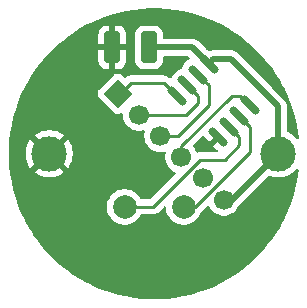
<source format=gbr>
%TF.GenerationSoftware,KiCad,Pcbnew,9.0.6-9.0.6~ubuntu24.04.1*%
%TF.CreationDate,2025-12-16T20:38:13-08:00*%
%TF.ProjectId,Shy_Beeper,5368795f-4265-4657-9065-722e6b696361,rev?*%
%TF.SameCoordinates,Original*%
%TF.FileFunction,Copper,L2,Bot*%
%TF.FilePolarity,Positive*%
%FSLAX46Y46*%
G04 Gerber Fmt 4.6, Leading zero omitted, Abs format (unit mm)*
G04 Created by KiCad (PCBNEW 9.0.6-9.0.6~ubuntu24.04.1) date 2025-12-16 20:38:13*
%MOMM*%
%LPD*%
G01*
G04 APERTURE LIST*
G04 Aperture macros list*
%AMRoundRect*
0 Rectangle with rounded corners*
0 $1 Rounding radius*
0 $2 $3 $4 $5 $6 $7 $8 $9 X,Y pos of 4 corners*
0 Add a 4 corners polygon primitive as box body*
4,1,4,$2,$3,$4,$5,$6,$7,$8,$9,$2,$3,0*
0 Add four circle primitives for the rounded corners*
1,1,$1+$1,$2,$3*
1,1,$1+$1,$4,$5*
1,1,$1+$1,$6,$7*
1,1,$1+$1,$8,$9*
0 Add four rect primitives between the rounded corners*
20,1,$1+$1,$2,$3,$4,$5,0*
20,1,$1+$1,$4,$5,$6,$7,0*
20,1,$1+$1,$6,$7,$8,$9,0*
20,1,$1+$1,$8,$9,$2,$3,0*%
%AMRotRect*
0 Rectangle, with rotation*
0 The origin of the aperture is its center*
0 $1 length*
0 $2 width*
0 $3 Rotation angle, in degrees counterclockwise*
0 Add horizontal line*
21,1,$1,$2,0,0,$3*%
G04 Aperture macros list end*
%TA.AperFunction,SMDPad,CuDef*%
%ADD10RoundRect,0.150000X0.689429X-0.477297X-0.477297X0.689429X-0.689429X0.477297X0.477297X-0.689429X0*%
%TD*%
%TA.AperFunction,ComponentPad*%
%ADD11RotRect,1.700000X1.700000X45.000000*%
%TD*%
%TA.AperFunction,ComponentPad*%
%ADD12C,1.700000*%
%TD*%
%TA.AperFunction,SMDPad,CuDef*%
%ADD13RoundRect,0.250000X0.412500X1.100000X-0.412500X1.100000X-0.412500X-1.100000X0.412500X-1.100000X0*%
%TD*%
%TA.AperFunction,ComponentPad*%
%ADD14C,2.000000*%
%TD*%
%TA.AperFunction,ComponentPad*%
%ADD15C,3.000000*%
%TD*%
%TA.AperFunction,ViaPad*%
%ADD16C,0.600000*%
%TD*%
%TA.AperFunction,Conductor*%
%ADD17C,0.500000*%
%TD*%
%TA.AperFunction,Conductor*%
%ADD18C,0.250000*%
%TD*%
G04 APERTURE END LIST*
D10*
%TO.P,U1,1,~{RESET}/PB5*%
%TO.N,/SS*%
X158097128Y-95903051D03*
%TO.P,U1,2,PB3*%
%TO.N,Net-(U1-PB3)*%
X157199102Y-96801076D03*
%TO.P,U1,3,PB4*%
%TO.N,Net-(U1-PB4)*%
X156301076Y-97699102D03*
%TO.P,U1,4,GND*%
%TO.N,GND*%
X155403051Y-98597128D03*
%TO.P,U1,5,PB0*%
%TO.N,/MOSI*%
X151902872Y-95096949D03*
%TO.P,U1,6,PB1*%
%TO.N,/MISO*%
X152800898Y-94198924D03*
%TO.P,U1,7,PB2*%
%TO.N,/SCK*%
X153698924Y-93300898D03*
%TO.P,U1,8,VCC*%
%TO.N,+3V0*%
X154596949Y-92402872D03*
%TD*%
D11*
%TO.P,J1,1,Pin_1*%
%TO.N,/MOSI*%
X146907898Y-94907898D03*
D12*
%TO.P,J1,2,Pin_2*%
%TO.N,/MISO*%
X148703949Y-96703949D03*
%TO.P,J1,3,Pin_3*%
%TO.N,/SCK*%
X150500000Y-98500000D03*
%TO.P,J1,4,Pin_4*%
%TO.N,/SS*%
X152296052Y-100296052D03*
%TO.P,J1,5,Pin_5*%
%TO.N,GND*%
X154092103Y-102092103D03*
%TO.P,J1,6,Pin_6*%
%TO.N,+3V0*%
X155888154Y-103888154D03*
%TD*%
D13*
%TO.P,C1,1*%
%TO.N,+3V0*%
X149562500Y-91000000D03*
%TO.P,C1,2*%
%TO.N,GND*%
X146437500Y-91000000D03*
%TD*%
D14*
%TO.P,BZ1,2*%
%TO.N,Net-(U1-PB4)*%
X147500000Y-104500000D03*
%TO.P,BZ1,1*%
%TO.N,Net-(U1-PB3)*%
X152500000Y-104500000D03*
%TD*%
D15*
%TO.P,BT1,1,+*%
%TO.N,+3V0*%
X160500000Y-100000000D03*
%TO.P,BT1,2,-*%
%TO.N,GND*%
X141100000Y-100000000D03*
%TD*%
D16*
%TO.N,GND*%
X145000000Y-110000000D03*
X147500000Y-110000000D03*
X150000000Y-110000000D03*
X152500000Y-110000000D03*
X155000000Y-110000000D03*
X160000000Y-102500000D03*
X160000000Y-105000000D03*
X157500000Y-105000000D03*
X157500000Y-107500000D03*
X155000000Y-107500000D03*
X152500000Y-107500000D03*
X150000000Y-107500000D03*
X147500000Y-107500000D03*
X145000000Y-107500000D03*
X142500000Y-107500000D03*
X140000000Y-105000000D03*
X142500000Y-105000000D03*
X145000000Y-105000000D03*
X147500000Y-102500000D03*
X150000000Y-102500000D03*
X150000000Y-100000000D03*
X147500000Y-100000000D03*
X145000000Y-100000000D03*
X145000000Y-102500000D03*
X142500000Y-102500000D03*
X140000000Y-102500000D03*
X140000000Y-97500000D03*
X155000000Y-90000000D03*
X152500000Y-90000000D03*
X145000000Y-90000000D03*
X145000000Y-92500000D03*
X145000000Y-97500000D03*
X153882737Y-99149932D03*
X154627303Y-99559785D03*
%TD*%
D17*
%TO.N,+3V0*%
X160500000Y-100000000D02*
X156611846Y-103888154D01*
X156611846Y-103888154D02*
X155888154Y-103888154D01*
X149562500Y-91000000D02*
X153194077Y-91000000D01*
X153194077Y-91000000D02*
X154596949Y-92402872D01*
X160500000Y-100000000D02*
X160500000Y-96000000D01*
X154999821Y-92000000D02*
X154596949Y-92402872D01*
X160500000Y-96000000D02*
X156500000Y-92000000D01*
X156500000Y-92000000D02*
X154999821Y-92000000D01*
D18*
%TO.N,/MOSI*%
X146907898Y-94907898D02*
X147092102Y-94907898D01*
X150805923Y-94000000D02*
X151902872Y-95096949D01*
X147092102Y-94907898D02*
X148000000Y-94000000D01*
X148000000Y-94000000D02*
X150805923Y-94000000D01*
%TO.N,/SS*%
X152296052Y-100296052D02*
X152296052Y-99357801D01*
X156573957Y-95079896D02*
X157273973Y-95079896D01*
X152296052Y-99357801D02*
X156573957Y-95079896D01*
X157273973Y-95079896D02*
X158097128Y-95903051D01*
%TO.N,/SCK*%
X150500000Y-98500000D02*
X152000000Y-98500000D01*
X152000000Y-98500000D02*
X154610560Y-95889440D01*
X154610560Y-95889440D02*
X154610560Y-94212534D01*
X154610560Y-94212534D02*
X153698924Y-93300898D01*
%TO.N,/MISO*%
X148703949Y-96703949D02*
X152669339Y-96703949D01*
X152669339Y-96703949D02*
X153705310Y-95667978D01*
X153705310Y-95103336D02*
X152800898Y-94198924D01*
X153705310Y-95667978D02*
X153705310Y-95103336D01*
%TO.N,Net-(U1-PB4)*%
X147500000Y-104500000D02*
X149883957Y-104500000D01*
X156000000Y-100500000D02*
X157201950Y-99298050D01*
X149883957Y-104500000D02*
X153883957Y-100500000D01*
X153883957Y-100500000D02*
X156000000Y-100500000D01*
X157201950Y-99298050D02*
X157201950Y-98599976D01*
X157201950Y-98599976D02*
X156301076Y-97699102D01*
%TO.N,Net-(U1-PB3)*%
X152500000Y-104500000D02*
X153479184Y-104500000D01*
X158108590Y-97710564D02*
X157199102Y-96801076D01*
X153479184Y-104500000D02*
X158108590Y-99870594D01*
X158108590Y-99870594D02*
X158108590Y-97710564D01*
%TD*%
%TA.AperFunction,Conductor*%
%TO.N,GND*%
G36*
X150348960Y-87686541D02*
G01*
X151031916Y-87724894D01*
X151038832Y-87725478D01*
X151718572Y-87802067D01*
X151725404Y-87803031D01*
X152399824Y-87917620D01*
X152406578Y-87918963D01*
X153073496Y-88071182D01*
X153080189Y-88072908D01*
X153737516Y-88262281D01*
X153744111Y-88264384D01*
X154389778Y-88490311D01*
X154396242Y-88492779D01*
X155028215Y-88754551D01*
X155034547Y-88757384D01*
X155650839Y-89054175D01*
X155657010Y-89057363D01*
X156255680Y-89388237D01*
X156261671Y-89391771D01*
X156622017Y-89618191D01*
X156827506Y-89747309D01*
X156840845Y-89755690D01*
X156846622Y-89759550D01*
X157404506Y-90155389D01*
X157410030Y-90159546D01*
X157944838Y-90586042D01*
X157950132Y-90590513D01*
X158460186Y-91046324D01*
X158465240Y-91051103D01*
X158948896Y-91534759D01*
X158953675Y-91539813D01*
X159388757Y-92026671D01*
X159409478Y-92049857D01*
X159413960Y-92055165D01*
X159840448Y-92589963D01*
X159844614Y-92595499D01*
X160025547Y-92850500D01*
X160240445Y-93153371D01*
X160244309Y-93159154D01*
X160608228Y-93738328D01*
X160611762Y-93744319D01*
X160942636Y-94342989D01*
X160945828Y-94349168D01*
X161242611Y-94965444D01*
X161245452Y-94971793D01*
X161507213Y-95603740D01*
X161509694Y-95610239D01*
X161735610Y-96255872D01*
X161737722Y-96262498D01*
X161927086Y-96919793D01*
X161928823Y-96926528D01*
X162078826Y-97583738D01*
X162081028Y-97593383D01*
X162082385Y-97600205D01*
X162196964Y-98274568D01*
X162197936Y-98281456D01*
X162233197Y-98594409D01*
X162221143Y-98663230D01*
X162173793Y-98714610D01*
X162106183Y-98732234D01*
X162039777Y-98710507D01*
X162011605Y-98683782D01*
X162007282Y-98678149D01*
X162007278Y-98678145D01*
X162007275Y-98678141D01*
X161821860Y-98492726D01*
X161821851Y-98492718D01*
X161613803Y-98333075D01*
X161386700Y-98201958D01*
X161386695Y-98201956D01*
X161327046Y-98177248D01*
X161272643Y-98133406D01*
X161250579Y-98067111D01*
X161250500Y-98062687D01*
X161250500Y-95926079D01*
X161221659Y-95781092D01*
X161221658Y-95781091D01*
X161221658Y-95781087D01*
X161177235Y-95673839D01*
X161165087Y-95644511D01*
X161165080Y-95644498D01*
X161082952Y-95521585D01*
X161082951Y-95521584D01*
X160978416Y-95417049D01*
X159996217Y-94434850D01*
X156978421Y-91417052D01*
X156978414Y-91417046D01*
X156904729Y-91367812D01*
X156904729Y-91367813D01*
X156855491Y-91334913D01*
X156718917Y-91278343D01*
X156718907Y-91278340D01*
X156573920Y-91249500D01*
X156573918Y-91249500D01*
X154925903Y-91249500D01*
X154925901Y-91249500D01*
X154780914Y-91278340D01*
X154780906Y-91278342D01*
X154732710Y-91298305D01*
X154663240Y-91305772D01*
X154600762Y-91274496D01*
X154597579Y-91271424D01*
X154533179Y-91207024D01*
X154533172Y-91207017D01*
X154533165Y-91207011D01*
X154505043Y-91182992D01*
X154372576Y-91110169D01*
X154344632Y-91089188D01*
X153672498Y-90417052D01*
X153672491Y-90417046D01*
X153598806Y-90367812D01*
X153598806Y-90367813D01*
X153549568Y-90334913D01*
X153412994Y-90278343D01*
X153412984Y-90278340D01*
X153267997Y-90249500D01*
X153267995Y-90249500D01*
X150849499Y-90249500D01*
X150782460Y-90229815D01*
X150736705Y-90177011D01*
X150725499Y-90125500D01*
X150725499Y-89849998D01*
X150725498Y-89849981D01*
X150714999Y-89747203D01*
X150714998Y-89747200D01*
X150713232Y-89741870D01*
X150659814Y-89580666D01*
X150567712Y-89431344D01*
X150443656Y-89307288D01*
X150294334Y-89215186D01*
X150127797Y-89160001D01*
X150127795Y-89160000D01*
X150025010Y-89149500D01*
X149099998Y-89149500D01*
X149099980Y-89149501D01*
X148997203Y-89160000D01*
X148997200Y-89160001D01*
X148830668Y-89215185D01*
X148830663Y-89215187D01*
X148681342Y-89307289D01*
X148557289Y-89431342D01*
X148465187Y-89580663D01*
X148465185Y-89580668D01*
X148465115Y-89580880D01*
X148410001Y-89747203D01*
X148410001Y-89747204D01*
X148410000Y-89747204D01*
X148399500Y-89849983D01*
X148399500Y-92150001D01*
X148399501Y-92150018D01*
X148410000Y-92252796D01*
X148410001Y-92252799D01*
X148462117Y-92410073D01*
X148465186Y-92419334D01*
X148557288Y-92568656D01*
X148681344Y-92692712D01*
X148830666Y-92784814D01*
X148997203Y-92839999D01*
X149099991Y-92850500D01*
X150025008Y-92850499D01*
X150025016Y-92850498D01*
X150025019Y-92850498D01*
X150081302Y-92844748D01*
X150127797Y-92839999D01*
X150294334Y-92784814D01*
X150443656Y-92692712D01*
X150567712Y-92568656D01*
X150659814Y-92419334D01*
X150714999Y-92252797D01*
X150725500Y-92150009D01*
X150725500Y-91874500D01*
X150745185Y-91807461D01*
X150797989Y-91761706D01*
X150849500Y-91750500D01*
X152831847Y-91750500D01*
X152861287Y-91759144D01*
X152891274Y-91765668D01*
X152896289Y-91769422D01*
X152898886Y-91770185D01*
X152919528Y-91786819D01*
X152963037Y-91830328D01*
X152996522Y-91891651D01*
X152991538Y-91961343D01*
X152949666Y-92017276D01*
X152935094Y-92026671D01*
X152836233Y-92081020D01*
X152808113Y-92105037D01*
X152808099Y-92105050D01*
X152503076Y-92410073D01*
X152503063Y-92410087D01*
X152479044Y-92438209D01*
X152399869Y-92582229D01*
X152399866Y-92582239D01*
X152358995Y-92741420D01*
X152358017Y-92749168D01*
X152354947Y-92748780D01*
X152339310Y-92802034D01*
X152286506Y-92847789D01*
X152248909Y-92855968D01*
X152249168Y-92858017D01*
X152241420Y-92858995D01*
X152082239Y-92899866D01*
X152082229Y-92899869D01*
X151938209Y-92979044D01*
X151910087Y-93003063D01*
X151910073Y-93003076D01*
X151605050Y-93308099D01*
X151605037Y-93308113D01*
X151581018Y-93336235D01*
X151501843Y-93480255D01*
X151501840Y-93480263D01*
X151488268Y-93533125D01*
X151487257Y-93534823D01*
X151487264Y-93536802D01*
X151469459Y-93564721D01*
X151452530Y-93593163D01*
X151450760Y-93594045D01*
X151449697Y-93595713D01*
X151419628Y-93609573D01*
X151390006Y-93624348D01*
X151388040Y-93624133D01*
X151386244Y-93624962D01*
X151353459Y-93620366D01*
X151320547Y-93616780D01*
X151318387Y-93615449D01*
X151317051Y-93615262D01*
X151308612Y-93609425D01*
X151287292Y-93596286D01*
X151283768Y-93593254D01*
X151204656Y-93514142D01*
X151153432Y-93479915D01*
X151147164Y-93475726D01*
X151147162Y-93475725D01*
X151102210Y-93445689D01*
X151102209Y-93445688D01*
X151102206Y-93445686D01*
X151102203Y-93445685D01*
X151028526Y-93415168D01*
X151028524Y-93415167D01*
X151021715Y-93412347D01*
X150988375Y-93398537D01*
X150927952Y-93386518D01*
X150923229Y-93385578D01*
X150923227Y-93385578D01*
X150867533Y-93374500D01*
X150867530Y-93374500D01*
X150867529Y-93374500D01*
X148067741Y-93374500D01*
X148067721Y-93374499D01*
X148061607Y-93374499D01*
X147938394Y-93374499D01*
X147837597Y-93394548D01*
X147837592Y-93394548D01*
X147817549Y-93398536D01*
X147817547Y-93398536D01*
X147770397Y-93418067D01*
X147703719Y-93445685D01*
X147703717Y-93445686D01*
X147601270Y-93514139D01*
X147601266Y-93514142D01*
X147600324Y-93515085D01*
X147599709Y-93515420D01*
X147596563Y-93518003D01*
X147596072Y-93517405D01*
X147538998Y-93548564D01*
X147469306Y-93543573D01*
X147424970Y-93515076D01*
X147227957Y-93318063D01*
X147227951Y-93318058D01*
X147227947Y-93318054D01*
X147181271Y-93280438D01*
X147050357Y-93220651D01*
X147050353Y-93220650D01*
X146907898Y-93200170D01*
X146765442Y-93220650D01*
X146765438Y-93220651D01*
X146634527Y-93280437D01*
X146587832Y-93318066D01*
X145318063Y-94587838D01*
X145318054Y-94587848D01*
X145280438Y-94634524D01*
X145220651Y-94765438D01*
X145220650Y-94765442D01*
X145200170Y-94907898D01*
X145220650Y-95050353D01*
X145220651Y-95050357D01*
X145280437Y-95181268D01*
X145280438Y-95181269D01*
X145280439Y-95181271D01*
X145318058Y-95227954D01*
X145318061Y-95227957D01*
X145318066Y-95227963D01*
X146387892Y-96297786D01*
X146587842Y-96497736D01*
X146587846Y-96497739D01*
X146587848Y-96497741D01*
X146634524Y-96535357D01*
X146765438Y-96595144D01*
X146765439Y-96595144D01*
X146765441Y-96595145D01*
X146907898Y-96615626D01*
X147050355Y-96595145D01*
X147073242Y-96584692D01*
X147177937Y-96536880D01*
X147247096Y-96526936D01*
X147310651Y-96555961D01*
X147348426Y-96614739D01*
X147353449Y-96649674D01*
X147353449Y-96810235D01*
X147374815Y-96945138D01*
X147386703Y-97020192D01*
X147445810Y-97202105D01*
X147452393Y-97222363D01*
X147548900Y-97411769D01*
X147673839Y-97583735D01*
X147824162Y-97734058D01*
X147996128Y-97858997D01*
X147996130Y-97858998D01*
X147996133Y-97859000D01*
X148185537Y-97955506D01*
X148387706Y-98021195D01*
X148597662Y-98054449D01*
X148597663Y-98054449D01*
X148810235Y-98054449D01*
X148810236Y-98054449D01*
X149020192Y-98021195D01*
X149029539Y-98018157D01*
X149099374Y-98016157D01*
X149159210Y-98052232D01*
X149190043Y-98114931D01*
X149185795Y-98174394D01*
X149182755Y-98183751D01*
X149182753Y-98183759D01*
X149149500Y-98393713D01*
X149149500Y-98606286D01*
X149175548Y-98770751D01*
X149182754Y-98816243D01*
X149237923Y-98986036D01*
X149248444Y-99018414D01*
X149344951Y-99207820D01*
X149469890Y-99379786D01*
X149620213Y-99530109D01*
X149792179Y-99655048D01*
X149792181Y-99655049D01*
X149792184Y-99655051D01*
X149981588Y-99751557D01*
X150183757Y-99817246D01*
X150393713Y-99850500D01*
X150393714Y-99850500D01*
X150606286Y-99850500D01*
X150606287Y-99850500D01*
X150816243Y-99817246D01*
X150825593Y-99814207D01*
X150895432Y-99812209D01*
X150955266Y-99848287D01*
X150986097Y-99910987D01*
X150981847Y-99970450D01*
X150978805Y-99979812D01*
X150945552Y-100189765D01*
X150945552Y-100402339D01*
X150978806Y-100612295D01*
X151034245Y-100782919D01*
X151044496Y-100814466D01*
X151141003Y-101003872D01*
X151265942Y-101175838D01*
X151416265Y-101326161D01*
X151588231Y-101451100D01*
X151588233Y-101451101D01*
X151588236Y-101451103D01*
X151698492Y-101507281D01*
X151740916Y-101528897D01*
X151791712Y-101576871D01*
X151808507Y-101644692D01*
X151785970Y-101710827D01*
X151772302Y-101727063D01*
X149661186Y-103838181D01*
X149599863Y-103871666D01*
X149573505Y-103874500D01*
X148941330Y-103874500D01*
X148874291Y-103854815D01*
X148830845Y-103806795D01*
X148795538Y-103737501D01*
X148783343Y-103713567D01*
X148644517Y-103522490D01*
X148477510Y-103355483D01*
X148286433Y-103216657D01*
X148075996Y-103109433D01*
X147851368Y-103036446D01*
X147618097Y-102999500D01*
X147618092Y-102999500D01*
X147381908Y-102999500D01*
X147381903Y-102999500D01*
X147148631Y-103036446D01*
X146924003Y-103109433D01*
X146713566Y-103216657D01*
X146604550Y-103295862D01*
X146522490Y-103355483D01*
X146522488Y-103355485D01*
X146522487Y-103355485D01*
X146355485Y-103522487D01*
X146355485Y-103522488D01*
X146355483Y-103522490D01*
X146295862Y-103604550D01*
X146216657Y-103713566D01*
X146109433Y-103924003D01*
X146036446Y-104148631D01*
X145999500Y-104381902D01*
X145999500Y-104618097D01*
X146036446Y-104851368D01*
X146109433Y-105075996D01*
X146192312Y-105238654D01*
X146216657Y-105286433D01*
X146355483Y-105477510D01*
X146522490Y-105644517D01*
X146713567Y-105783343D01*
X146812991Y-105834002D01*
X146924003Y-105890566D01*
X146924005Y-105890566D01*
X146924008Y-105890568D01*
X147044412Y-105929689D01*
X147148631Y-105963553D01*
X147381903Y-106000500D01*
X147381908Y-106000500D01*
X147618097Y-106000500D01*
X147851368Y-105963553D01*
X148075992Y-105890568D01*
X148286433Y-105783343D01*
X148477510Y-105644517D01*
X148644517Y-105477510D01*
X148783343Y-105286433D01*
X148830845Y-105193205D01*
X148878820Y-105142409D01*
X148941330Y-105125500D01*
X149945564Y-105125500D01*
X150005986Y-105113481D01*
X150066409Y-105101463D01*
X150099749Y-105087652D01*
X150180243Y-105054312D01*
X150231466Y-105020084D01*
X150282690Y-104985858D01*
X150369815Y-104898733D01*
X150369816Y-104898731D01*
X150376882Y-104891665D01*
X150376885Y-104891661D01*
X150787819Y-104480727D01*
X150849142Y-104447242D01*
X150918834Y-104452226D01*
X150974767Y-104494098D01*
X150999184Y-104559562D01*
X150999500Y-104568408D01*
X150999500Y-104618097D01*
X151036446Y-104851368D01*
X151109433Y-105075996D01*
X151192312Y-105238654D01*
X151216657Y-105286433D01*
X151355483Y-105477510D01*
X151522490Y-105644517D01*
X151713567Y-105783343D01*
X151812991Y-105834002D01*
X151924003Y-105890566D01*
X151924005Y-105890566D01*
X151924008Y-105890568D01*
X152044412Y-105929689D01*
X152148631Y-105963553D01*
X152381903Y-106000500D01*
X152381908Y-106000500D01*
X152618097Y-106000500D01*
X152851368Y-105963553D01*
X153075992Y-105890568D01*
X153286433Y-105783343D01*
X153477510Y-105644517D01*
X153644517Y-105477510D01*
X153783343Y-105286433D01*
X153890568Y-105075992D01*
X153930839Y-104952048D01*
X153937822Y-104940652D01*
X153939932Y-104930949D01*
X153961062Y-104902722D01*
X153961079Y-104902695D01*
X153965042Y-104898733D01*
X153965044Y-104898729D01*
X154455364Y-104408408D01*
X154516685Y-104374925D01*
X154586377Y-104379909D01*
X154642310Y-104421781D01*
X154653528Y-104439796D01*
X154661190Y-104454833D01*
X154719059Y-104568408D01*
X154733105Y-104595973D01*
X154858044Y-104767940D01*
X155008367Y-104918263D01*
X155180333Y-105043202D01*
X155180335Y-105043203D01*
X155180338Y-105043205D01*
X155369742Y-105139711D01*
X155571911Y-105205400D01*
X155781867Y-105238654D01*
X155781868Y-105238654D01*
X155994440Y-105238654D01*
X155994441Y-105238654D01*
X156204397Y-105205400D01*
X156406566Y-105139711D01*
X156595970Y-105043205D01*
X156674902Y-104985858D01*
X156767940Y-104918263D01*
X156767942Y-104918260D01*
X156767946Y-104918258D01*
X156918258Y-104767946D01*
X157043205Y-104595970D01*
X157115119Y-104454828D01*
X157137917Y-104423449D01*
X159660799Y-101900567D01*
X159722120Y-101867084D01*
X159791812Y-101872068D01*
X159795863Y-101873662D01*
X159855581Y-101898398D01*
X160108884Y-101966270D01*
X160357188Y-101998960D01*
X160365074Y-101999999D01*
X160368880Y-102000500D01*
X160368887Y-102000500D01*
X160631113Y-102000500D01*
X160631120Y-102000500D01*
X160891116Y-101966270D01*
X161144419Y-101898398D01*
X161386697Y-101798043D01*
X161613803Y-101666924D01*
X161821851Y-101507282D01*
X161821855Y-101507277D01*
X161821860Y-101507274D01*
X162007274Y-101321860D01*
X162007278Y-101321855D01*
X162007282Y-101321851D01*
X162011600Y-101316223D01*
X162068024Y-101275020D01*
X162137770Y-101270862D01*
X162198692Y-101305071D01*
X162231447Y-101366787D01*
X162233197Y-101405590D01*
X162197936Y-101718543D01*
X162196964Y-101725431D01*
X162082385Y-102399794D01*
X162081028Y-102406612D01*
X162041131Y-102581416D01*
X161928823Y-103073471D01*
X161927086Y-103080206D01*
X161737722Y-103737501D01*
X161735610Y-103744127D01*
X161509694Y-104389760D01*
X161507213Y-104396259D01*
X161245452Y-105028206D01*
X161242611Y-105034555D01*
X160945828Y-105650831D01*
X160942636Y-105657010D01*
X160611762Y-106255680D01*
X160608228Y-106261671D01*
X160244309Y-106840845D01*
X160240445Y-106846628D01*
X159844623Y-107404489D01*
X159840440Y-107410047D01*
X159413965Y-107944828D01*
X159409478Y-107950142D01*
X158953675Y-108460186D01*
X158948896Y-108465240D01*
X158465240Y-108948896D01*
X158460186Y-108953675D01*
X157950142Y-109409478D01*
X157944828Y-109413965D01*
X157410047Y-109840440D01*
X157404489Y-109844623D01*
X156846628Y-110240445D01*
X156840845Y-110244309D01*
X156261671Y-110608228D01*
X156255680Y-110611762D01*
X155657010Y-110942636D01*
X155650831Y-110945828D01*
X155034555Y-111242611D01*
X155028206Y-111245452D01*
X154396259Y-111507213D01*
X154389760Y-111509694D01*
X153744127Y-111735610D01*
X153737501Y-111737722D01*
X153080206Y-111927086D01*
X153073471Y-111928823D01*
X152406616Y-112081028D01*
X152399794Y-112082385D01*
X151725431Y-112196964D01*
X151718544Y-112197936D01*
X151038839Y-112274520D01*
X151031908Y-112275105D01*
X150348960Y-112313459D01*
X150342007Y-112313654D01*
X149657993Y-112313654D01*
X149651040Y-112313459D01*
X148968091Y-112275105D01*
X148961160Y-112274520D01*
X148281455Y-112197936D01*
X148274568Y-112196964D01*
X147937386Y-112139674D01*
X147600202Y-112082384D01*
X147593394Y-112081030D01*
X146926528Y-111928823D01*
X146919793Y-111927086D01*
X146262498Y-111737722D01*
X146255872Y-111735610D01*
X145610239Y-111509694D01*
X145603740Y-111507213D01*
X144971793Y-111245452D01*
X144965444Y-111242611D01*
X144349168Y-110945828D01*
X144342989Y-110942636D01*
X143744319Y-110611762D01*
X143738328Y-110608228D01*
X143159154Y-110244309D01*
X143153371Y-110240445D01*
X142744956Y-109950660D01*
X142595499Y-109844614D01*
X142589963Y-109840448D01*
X142055165Y-109413960D01*
X142049857Y-109409478D01*
X141539813Y-108953675D01*
X141534759Y-108948896D01*
X141051103Y-108465240D01*
X141046324Y-108460186D01*
X140590521Y-107950142D01*
X140586034Y-107944828D01*
X140159546Y-107410030D01*
X140155389Y-107404506D01*
X139759550Y-106846622D01*
X139755690Y-106840845D01*
X139753530Y-106837408D01*
X139631800Y-106643676D01*
X139391771Y-106261671D01*
X139388237Y-106255680D01*
X139057363Y-105657010D01*
X139054171Y-105650831D01*
X139051130Y-105644517D01*
X138757384Y-105034547D01*
X138754547Y-105028206D01*
X138737006Y-104985858D01*
X138492779Y-104396242D01*
X138490311Y-104389778D01*
X138264384Y-103744111D01*
X138262277Y-103737501D01*
X138072908Y-103080189D01*
X138071182Y-103073496D01*
X137918963Y-102406578D01*
X137917620Y-102399824D01*
X137803031Y-101725404D01*
X137802067Y-101718572D01*
X137725478Y-101038832D01*
X137724894Y-101031908D01*
X137724602Y-101026714D01*
X137686541Y-100348960D01*
X137686346Y-100342007D01*
X137686346Y-99868905D01*
X139100000Y-99868905D01*
X139100000Y-100131094D01*
X139134220Y-100391009D01*
X139134222Y-100391020D01*
X139202075Y-100644255D01*
X139302404Y-100886471D01*
X139302409Y-100886482D01*
X139433488Y-101113516D01*
X139433494Y-101113524D01*
X139520080Y-101226365D01*
X140617037Y-100129408D01*
X140634075Y-100192993D01*
X140699901Y-100307007D01*
X140792993Y-100400099D01*
X140907007Y-100465925D01*
X140970590Y-100482962D01*
X139873633Y-101579917D01*
X139873633Y-101579918D01*
X139986475Y-101666505D01*
X139986483Y-101666511D01*
X140213517Y-101797590D01*
X140213528Y-101797595D01*
X140455744Y-101897924D01*
X140708979Y-101965777D01*
X140708990Y-101965779D01*
X140968905Y-101999999D01*
X140968920Y-102000000D01*
X141231080Y-102000000D01*
X141231094Y-101999999D01*
X141491009Y-101965779D01*
X141491020Y-101965777D01*
X141744255Y-101897924D01*
X141986471Y-101797595D01*
X141986482Y-101797590D01*
X142213516Y-101666511D01*
X142213534Y-101666499D01*
X142326365Y-101579919D01*
X142326365Y-101579917D01*
X141229409Y-100482962D01*
X141292993Y-100465925D01*
X141407007Y-100400099D01*
X141500099Y-100307007D01*
X141565925Y-100192993D01*
X141582962Y-100129410D01*
X142679917Y-101226365D01*
X142679919Y-101226365D01*
X142766499Y-101113534D01*
X142766511Y-101113516D01*
X142897590Y-100886482D01*
X142897595Y-100886471D01*
X142997924Y-100644255D01*
X143065777Y-100391020D01*
X143065779Y-100391009D01*
X143099999Y-100131094D01*
X143100000Y-100131080D01*
X143100000Y-99868919D01*
X143099999Y-99868905D01*
X143065779Y-99608990D01*
X143065777Y-99608979D01*
X142997924Y-99355744D01*
X142897595Y-99113528D01*
X142897590Y-99113517D01*
X142766511Y-98886483D01*
X142766505Y-98886475D01*
X142679918Y-98773633D01*
X142679917Y-98773633D01*
X141582962Y-99870588D01*
X141565925Y-99807007D01*
X141500099Y-99692993D01*
X141407007Y-99599901D01*
X141292993Y-99534075D01*
X141229407Y-99517037D01*
X142326365Y-98420080D01*
X142213524Y-98333494D01*
X142213516Y-98333488D01*
X141986482Y-98202409D01*
X141986471Y-98202404D01*
X141744255Y-98102075D01*
X141491020Y-98034222D01*
X141491009Y-98034220D01*
X141231094Y-98000000D01*
X140968905Y-98000000D01*
X140708990Y-98034220D01*
X140708979Y-98034222D01*
X140455744Y-98102075D01*
X140213528Y-98202404D01*
X140213517Y-98202409D01*
X139986471Y-98333496D01*
X139873633Y-98420079D01*
X139873633Y-98420080D01*
X140970590Y-99517037D01*
X140907007Y-99534075D01*
X140792993Y-99599901D01*
X140699901Y-99692993D01*
X140634075Y-99807007D01*
X140617037Y-99870590D01*
X139520080Y-98773633D01*
X139520079Y-98773633D01*
X139433496Y-98886471D01*
X139302409Y-99113517D01*
X139302404Y-99113528D01*
X139202075Y-99355744D01*
X139134222Y-99608979D01*
X139134220Y-99608990D01*
X139100000Y-99868905D01*
X137686346Y-99868905D01*
X137686346Y-99657992D01*
X137686541Y-99651039D01*
X137690068Y-99588231D01*
X137724894Y-98968080D01*
X137725479Y-98961161D01*
X137730232Y-98918979D01*
X137802067Y-98281422D01*
X137803030Y-98274600D01*
X137917621Y-97600168D01*
X137918961Y-97593428D01*
X138071184Y-96926495D01*
X138072906Y-96919819D01*
X138262284Y-96262473D01*
X138264380Y-96255898D01*
X138490316Y-95610209D01*
X138492774Y-95603768D01*
X138754556Y-94971771D01*
X138757378Y-94965465D01*
X139054182Y-94349145D01*
X139057351Y-94343011D01*
X139388238Y-93744316D01*
X139391771Y-93738328D01*
X139463004Y-93624962D01*
X139755705Y-93159131D01*
X139759538Y-93153394D01*
X140155401Y-92595475D01*
X140159533Y-92589986D01*
X140510421Y-92149986D01*
X145275001Y-92149986D01*
X145285494Y-92252697D01*
X145340641Y-92419119D01*
X145340643Y-92419124D01*
X145432684Y-92568345D01*
X145556654Y-92692315D01*
X145705875Y-92784356D01*
X145705880Y-92784358D01*
X145872302Y-92839505D01*
X145872309Y-92839506D01*
X145975019Y-92849999D01*
X146187499Y-92849999D01*
X146687500Y-92849999D01*
X146899972Y-92849999D01*
X146899986Y-92849998D01*
X147002697Y-92839505D01*
X147169119Y-92784358D01*
X147169124Y-92784356D01*
X147318345Y-92692315D01*
X147442315Y-92568345D01*
X147534356Y-92419124D01*
X147534358Y-92419119D01*
X147589505Y-92252697D01*
X147589506Y-92252690D01*
X147599999Y-92149986D01*
X147600000Y-92149973D01*
X147600000Y-91250000D01*
X146687500Y-91250000D01*
X146687500Y-92849999D01*
X146187499Y-92849999D01*
X146187500Y-92849998D01*
X146187500Y-91250000D01*
X145275001Y-91250000D01*
X145275001Y-92149986D01*
X140510421Y-92149986D01*
X140586056Y-92055143D01*
X140590497Y-92049884D01*
X141046340Y-91539795D01*
X141051085Y-91534777D01*
X141534777Y-91051085D01*
X141539795Y-91046340D01*
X142049884Y-90590497D01*
X142055143Y-90586056D01*
X142589986Y-90159533D01*
X142595475Y-90155401D01*
X143025881Y-89850013D01*
X145275000Y-89850013D01*
X145275000Y-90750000D01*
X146187500Y-90750000D01*
X146687500Y-90750000D01*
X147599999Y-90750000D01*
X147599999Y-89850028D01*
X147599998Y-89850013D01*
X147589505Y-89747302D01*
X147534358Y-89580880D01*
X147534356Y-89580875D01*
X147442315Y-89431654D01*
X147318345Y-89307684D01*
X147169124Y-89215643D01*
X147169119Y-89215641D01*
X147002697Y-89160494D01*
X147002690Y-89160493D01*
X146899986Y-89150000D01*
X146687500Y-89150000D01*
X146687500Y-90750000D01*
X146187500Y-90750000D01*
X146187500Y-89150000D01*
X145975029Y-89150000D01*
X145975012Y-89150001D01*
X145872302Y-89160494D01*
X145705880Y-89215641D01*
X145705875Y-89215643D01*
X145556654Y-89307684D01*
X145432684Y-89431654D01*
X145340643Y-89580875D01*
X145340641Y-89580880D01*
X145285494Y-89747302D01*
X145285493Y-89747309D01*
X145275000Y-89850013D01*
X143025881Y-89850013D01*
X143153394Y-89759538D01*
X143159139Y-89755699D01*
X143738330Y-89391769D01*
X143744319Y-89388237D01*
X144343011Y-89057351D01*
X144349145Y-89054182D01*
X144965465Y-88757378D01*
X144971771Y-88754556D01*
X145603768Y-88492774D01*
X145610209Y-88490316D01*
X146255898Y-88264380D01*
X146262473Y-88262284D01*
X146919819Y-88072906D01*
X146926495Y-88071184D01*
X147593428Y-87918961D01*
X147600168Y-87917621D01*
X148274600Y-87803030D01*
X148281422Y-87802067D01*
X148961170Y-87725478D01*
X148968080Y-87724894D01*
X149651040Y-87686541D01*
X149657993Y-87686346D01*
X150342007Y-87686346D01*
X150348960Y-87686541D01*
G37*
%TD.AperFunction*%
%TA.AperFunction,Conductor*%
G36*
X155269608Y-98479531D02*
G01*
X155313955Y-98508032D01*
X155492146Y-98686223D01*
X155525631Y-98747546D01*
X155520647Y-98817238D01*
X155492146Y-98861585D01*
X155014142Y-99339588D01*
X155014142Y-99339589D01*
X155337371Y-99662819D01*
X155370856Y-99724142D01*
X155365872Y-99793834D01*
X155324000Y-99849767D01*
X155258536Y-99874184D01*
X155249690Y-99874500D01*
X153822346Y-99874500D01*
X153761929Y-99886517D01*
X153761928Y-99886518D01*
X153737014Y-99891473D01*
X153701918Y-99898454D01*
X153632326Y-99892225D01*
X153577150Y-99849361D01*
X153559798Y-99815153D01*
X153547611Y-99777645D01*
X153547609Y-99777639D01*
X153480762Y-99646446D01*
X153451103Y-99588236D01*
X153451101Y-99588233D01*
X153451100Y-99588231D01*
X153326161Y-99416265D01*
X153311849Y-99401953D01*
X153278364Y-99340630D01*
X153283348Y-99270938D01*
X153311845Y-99226596D01*
X154019603Y-98518838D01*
X154080922Y-98485356D01*
X154150614Y-98490340D01*
X154201564Y-98525983D01*
X154207584Y-98533031D01*
X154207603Y-98533051D01*
X154660588Y-98986036D01*
X155138593Y-98508032D01*
X155199916Y-98474547D01*
X155269608Y-98479531D01*
G37*
%TD.AperFunction*%
%TD*%
M02*

</source>
